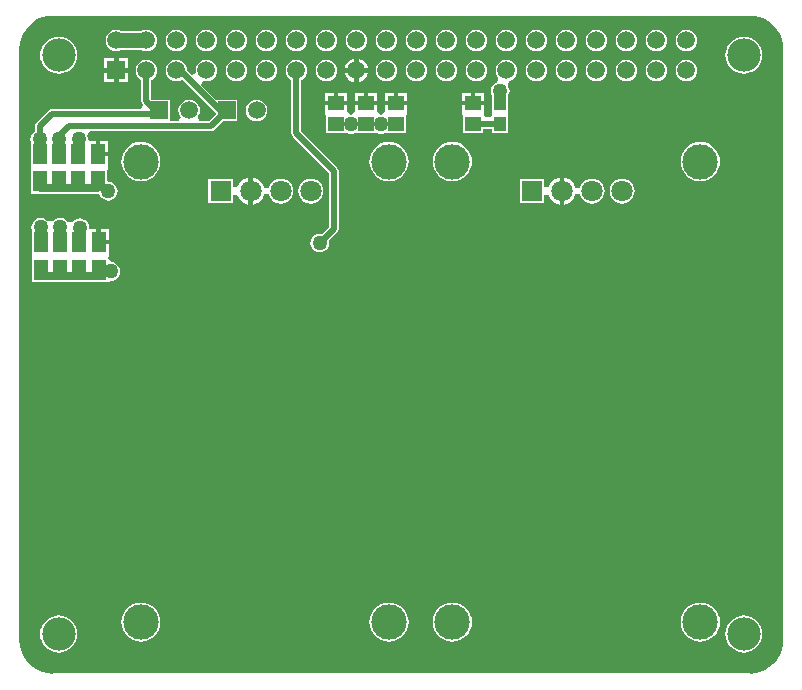
<source format=gtl>
G04 Layer_Physical_Order=1*
G04 Layer_Color=255*
%FSLAX25Y25*%
%MOIN*%
G70*
G01*
G75*
%ADD10R,0.05512X0.04724*%
%ADD11R,0.03937X0.04724*%
%ADD12R,0.20000X0.02500*%
%ADD13R,0.04724X0.07087*%
%ADD14C,0.05000*%
%ADD15C,0.02000*%
%ADD16C,0.05906*%
%ADD17R,0.05906X0.05906*%
%ADD18C,0.07087*%
%ADD19R,0.07087X0.07087*%
%ADD20C,0.11811*%
%ADD21C,0.11100*%
%ADD22C,0.05000*%
G36*
X232107Y13046D02*
X233822Y12635D01*
X235451Y11960D01*
X236954Y11039D01*
X238294Y9894D01*
X239439Y8554D01*
X240360Y7051D01*
X241035Y5422D01*
X241446Y3708D01*
X241576Y2061D01*
X241551Y2000D01*
Y-194800D01*
X241579Y-194869D01*
X241446Y-196565D01*
X241033Y-198287D01*
X240355Y-199923D01*
X239430Y-201433D01*
X238280Y-202780D01*
X236933Y-203930D01*
X235423Y-204855D01*
X233787Y-205533D01*
X232065Y-205946D01*
X230369Y-206079D01*
X230300Y-206051D01*
X-1900D01*
X-1969Y-206079D01*
X-3665Y-205946D01*
X-5387Y-205533D01*
X-7023Y-204855D01*
X-8533Y-203930D01*
X-9880Y-202780D01*
X-11030Y-201433D01*
X-11955Y-199923D01*
X-12632Y-198287D01*
X-13046Y-196565D01*
X-13179Y-194869D01*
X-13151Y-194800D01*
Y2000D01*
X-13176Y2061D01*
X-13046Y3708D01*
X-12635Y5422D01*
X-11960Y7051D01*
X-11039Y8554D01*
X-9894Y9894D01*
X-8554Y11039D01*
X-7051Y11960D01*
X-5422Y12635D01*
X-3708Y13046D01*
X-1977Y13183D01*
X-1900Y13151D01*
X230300D01*
X230377Y13183D01*
X232107Y13046D01*
D02*
G37*
%LPC*%
G36*
X101750Y-12595D02*
X98744D01*
Y-15207D01*
X101750D01*
Y-12595D01*
D02*
G37*
G36*
X96256D02*
X93250D01*
Y-15207D01*
X96256D01*
Y-12595D01*
D02*
G37*
G36*
X111750D02*
X108744D01*
Y-15207D01*
X111750D01*
Y-12595D01*
D02*
G37*
G36*
X106256D02*
X103250D01*
Y-15207D01*
X106256D01*
Y-12595D01*
D02*
G37*
G36*
X91750D02*
X88744D01*
Y-15207D01*
X91750D01*
Y-12595D01*
D02*
G37*
G36*
X66000Y-14736D02*
X65073Y-14858D01*
X64208Y-15216D01*
X63466Y-15785D01*
X62897Y-16527D01*
X62539Y-17391D01*
X62417Y-18319D01*
X62539Y-19246D01*
X62897Y-20111D01*
X63466Y-20853D01*
X64208Y-21422D01*
X65073Y-21780D01*
X66000Y-21902D01*
X66927Y-21780D01*
X67792Y-21422D01*
X68534Y-20853D01*
X69103Y-20111D01*
X69461Y-19246D01*
X69583Y-18319D01*
X69461Y-17391D01*
X69103Y-16527D01*
X68534Y-15785D01*
X67792Y-15216D01*
X66927Y-14858D01*
X66000Y-14736D01*
D02*
G37*
G36*
X13785Y-28398D02*
Y-32192D01*
X16398D01*
Y-28398D01*
X13785D01*
D02*
G37*
G36*
X116256Y-16707D02*
X108744D01*
Y-18594D01*
X108727Y-18647D01*
X107514Y-19860D01*
X107500Y-19866D01*
X107486Y-19860D01*
X106273Y-18647D01*
X106256Y-18594D01*
Y-16707D01*
X98744D01*
Y-18594D01*
X98727Y-18647D01*
X97514Y-19860D01*
X97500Y-19866D01*
X97486Y-19860D01*
X96273Y-18647D01*
X96256Y-18594D01*
Y-16707D01*
X88744D01*
Y-18747D01*
X88744Y-19319D01*
X89144Y-20653D01*
Y-26006D01*
X95856D01*
X95856Y-26006D01*
X97316Y-26103D01*
X97500Y-26127D01*
X97684Y-26103D01*
X99144Y-26006D01*
X99144Y-26006D01*
X99144Y-26006D01*
X105856D01*
X105856Y-26006D01*
X107316Y-26103D01*
X107500Y-26127D01*
X107684Y-26103D01*
X109144Y-26006D01*
X109144Y-26006D01*
X109144Y-26006D01*
X115856D01*
Y-20653D01*
X116256Y-19319D01*
X116256Y-18747D01*
Y-16707D01*
D02*
G37*
G36*
X149200Y-1417D02*
X148273Y-1539D01*
X147408Y-1897D01*
X146666Y-2466D01*
X146097Y-3208D01*
X145739Y-4073D01*
X145617Y-5000D01*
X145739Y-5928D01*
X146097Y-6792D01*
X146525Y-7349D01*
X146461Y-8071D01*
X146108Y-8997D01*
X145637Y-9192D01*
X144989Y-9689D01*
X144492Y-10337D01*
X144180Y-11091D01*
X144073Y-11900D01*
X144180Y-12709D01*
X144492Y-13463D01*
X144514Y-13492D01*
Y-18447D01*
X144514Y-18785D01*
Y-19947D01*
X143912Y-20684D01*
X142182Y-20603D01*
X141661Y-19778D01*
X141839Y-19185D01*
X141839Y-18613D01*
Y-16573D01*
X134327D01*
Y-18613D01*
X134327Y-19185D01*
X134727Y-20519D01*
Y-25872D01*
X141439D01*
Y-24541D01*
X144514D01*
Y-25872D01*
X149651D01*
Y-20285D01*
X149651Y-19947D01*
Y-18785D01*
X149651Y-18447D01*
Y-13798D01*
X149908Y-13463D01*
X150220Y-12709D01*
X150327Y-11900D01*
X150220Y-11091D01*
X149908Y-10337D01*
X149676Y-10034D01*
X149989Y-8787D01*
X150223Y-8422D01*
X150992Y-8103D01*
X151734Y-7534D01*
X152303Y-6792D01*
X152661Y-5928D01*
X152783Y-5000D01*
X152661Y-4073D01*
X152303Y-3208D01*
X151734Y-2466D01*
X150992Y-1897D01*
X150127Y-1539D01*
X149200Y-1417D01*
D02*
G37*
G36*
X103088Y-5750D02*
X99950D01*
Y-8888D01*
X100232Y-8851D01*
X101193Y-8453D01*
X102019Y-7819D01*
X102653Y-6993D01*
X103051Y-6032D01*
X103088Y-5750D01*
D02*
G37*
G36*
X98450D02*
X95312D01*
X95349Y-6032D01*
X95747Y-6993D01*
X96381Y-7819D01*
X97207Y-8453D01*
X98168Y-8851D01*
X98450Y-8888D01*
Y-5750D01*
D02*
G37*
G36*
X69200Y-1417D02*
X68273Y-1539D01*
X67408Y-1897D01*
X66666Y-2466D01*
X66097Y-3208D01*
X65739Y-4073D01*
X65617Y-5000D01*
X65739Y-5928D01*
X66097Y-6792D01*
X66666Y-7534D01*
X67408Y-8103D01*
X68273Y-8461D01*
X69200Y-8583D01*
X70127Y-8461D01*
X70992Y-8103D01*
X71734Y-7534D01*
X72303Y-6792D01*
X72661Y-5928D01*
X72783Y-5000D01*
X72661Y-4073D01*
X72303Y-3208D01*
X71734Y-2466D01*
X70992Y-1897D01*
X70127Y-1539D01*
X69200Y-1417D01*
D02*
G37*
G36*
X59200D02*
X58273Y-1539D01*
X57408Y-1897D01*
X56666Y-2466D01*
X56097Y-3208D01*
X55739Y-4073D01*
X55617Y-5000D01*
X55739Y-5928D01*
X56097Y-6792D01*
X56666Y-7534D01*
X57408Y-8103D01*
X58273Y-8461D01*
X59200Y-8583D01*
X60127Y-8461D01*
X60992Y-8103D01*
X61734Y-7534D01*
X62303Y-6792D01*
X62661Y-5928D01*
X62783Y-5000D01*
X62661Y-4073D01*
X62303Y-3208D01*
X61734Y-2466D01*
X60992Y-1897D01*
X60127Y-1539D01*
X59200Y-1417D01*
D02*
G37*
G36*
X23153Y-5750D02*
X19950D01*
Y-8953D01*
X23153D01*
Y-5750D01*
D02*
G37*
G36*
X137333Y-12461D02*
X134327D01*
Y-15073D01*
X137333D01*
Y-12461D01*
D02*
G37*
G36*
X116256Y-12595D02*
X113250D01*
Y-15207D01*
X116256D01*
Y-12595D01*
D02*
G37*
G36*
X18450Y-5750D02*
X15247D01*
Y-8953D01*
X18450D01*
Y-5750D01*
D02*
G37*
G36*
X141839Y-12461D02*
X138833D01*
Y-15073D01*
X141839D01*
Y-12461D01*
D02*
G37*
G36*
X213883Y-28868D02*
X212607Y-28994D01*
X211381Y-29366D01*
X210251Y-29970D01*
X209260Y-30783D01*
X208447Y-31774D01*
X207843Y-32904D01*
X207471Y-34130D01*
X207346Y-35405D01*
X207471Y-36681D01*
X207843Y-37907D01*
X208447Y-39037D01*
X209260Y-40028D01*
X210251Y-40841D01*
X211381Y-41445D01*
X212607Y-41817D01*
X213883Y-41943D01*
X215158Y-41817D01*
X216384Y-41445D01*
X217514Y-40841D01*
X218505Y-40028D01*
X219318Y-39037D01*
X219922Y-37907D01*
X220294Y-36681D01*
X220420Y-35405D01*
X220294Y-34130D01*
X219922Y-32904D01*
X219318Y-31774D01*
X218505Y-30783D01*
X217514Y-29970D01*
X216384Y-29366D01*
X215158Y-28994D01*
X213883Y-28868D01*
D02*
G37*
G36*
X14093Y-57757D02*
Y-61550D01*
X16705D01*
Y-57757D01*
X14093D01*
D02*
G37*
G36*
X213883Y-182412D02*
X212607Y-182537D01*
X211381Y-182909D01*
X210251Y-183513D01*
X209260Y-184327D01*
X208447Y-185317D01*
X207843Y-186447D01*
X207471Y-187673D01*
X207346Y-188949D01*
X207471Y-190224D01*
X207843Y-191450D01*
X208447Y-192581D01*
X209260Y-193571D01*
X210251Y-194384D01*
X211381Y-194988D01*
X212607Y-195360D01*
X213883Y-195486D01*
X215158Y-195360D01*
X216384Y-194988D01*
X217514Y-194384D01*
X218505Y-193571D01*
X219318Y-192581D01*
X219922Y-191450D01*
X220294Y-190224D01*
X220420Y-188949D01*
X220294Y-187673D01*
X219922Y-186447D01*
X219318Y-185317D01*
X218505Y-184327D01*
X217514Y-183513D01*
X216384Y-182909D01*
X215158Y-182537D01*
X213883Y-182412D01*
D02*
G37*
G36*
X482Y-54184D02*
X-328Y-54291D01*
X-1082Y-54603D01*
X-1729Y-55100D01*
X-1859Y-55269D01*
X-2201Y-55384D01*
X-3310D01*
X-3652Y-55269D01*
X-3781Y-55100D01*
X-4429Y-54603D01*
X-5183Y-54291D01*
X-5992Y-54184D01*
X-6801Y-54291D01*
X-7555Y-54603D01*
X-8203Y-55100D01*
X-8700Y-55748D01*
X-9012Y-56502D01*
X-9119Y-57311D01*
X-9012Y-58120D01*
X-8911Y-58365D01*
Y-65757D01*
X-8911Y-66443D01*
X-8910Y-67938D01*
Y-75543D01*
X-6900D01*
Y-75550D01*
X14300D01*
Y-75543D01*
X16306D01*
X16306Y-75543D01*
Y-75543D01*
X17636Y-75133D01*
X18132Y-75067D01*
X18886Y-74755D01*
X19534Y-74258D01*
X20031Y-73611D01*
X20343Y-72856D01*
X20450Y-72047D01*
X20343Y-71238D01*
X20031Y-70484D01*
X19534Y-69836D01*
X18886Y-69339D01*
X18132Y-69027D01*
X17323Y-68920D01*
X16440Y-67728D01*
X16705Y-66843D01*
X16705Y-65922D01*
Y-63050D01*
X13342D01*
Y-62300D01*
X12593D01*
Y-57757D01*
X10456Y-57757D01*
X10213Y-57480D01*
X10173Y-57175D01*
X10107Y-56671D01*
X9794Y-55917D01*
X9298Y-55269D01*
X8650Y-54773D01*
X7896Y-54460D01*
X7087Y-54354D01*
X6277Y-54460D01*
X5523Y-54773D01*
X4876Y-55269D01*
X4706Y-55490D01*
X4023Y-55606D01*
X3344Y-55570D01*
X2953Y-55439D01*
X2693Y-55100D01*
X2045Y-54603D01*
X1291Y-54291D01*
X482Y-54184D01*
D02*
G37*
G36*
X79200Y-1417D02*
X78273Y-1539D01*
X77408Y-1897D01*
X76666Y-2466D01*
X76097Y-3208D01*
X75739Y-4073D01*
X75617Y-5000D01*
X75739Y-5928D01*
X76097Y-6792D01*
X76666Y-7534D01*
X77408Y-8103D01*
X77569Y-8170D01*
Y-26050D01*
X77693Y-26675D01*
X78047Y-27204D01*
X90101Y-39258D01*
Y-57198D01*
X87732Y-59567D01*
X87008Y-59472D01*
X86199Y-59578D01*
X85444Y-59891D01*
X84797Y-60387D01*
X84300Y-61035D01*
X83988Y-61789D01*
X83881Y-62598D01*
X83988Y-63408D01*
X84300Y-64162D01*
X84797Y-64809D01*
X85444Y-65306D01*
X86199Y-65619D01*
X87008Y-65725D01*
X87817Y-65619D01*
X88571Y-65306D01*
X89219Y-64809D01*
X89716Y-64162D01*
X90028Y-63408D01*
X90135Y-62598D01*
X90039Y-61874D01*
X92886Y-59028D01*
X93239Y-58498D01*
X93364Y-57874D01*
Y-38583D01*
X93239Y-37958D01*
X92886Y-37429D01*
X80831Y-25375D01*
Y-8170D01*
X80992Y-8103D01*
X81734Y-7534D01*
X82303Y-6792D01*
X82661Y-5928D01*
X82783Y-5000D01*
X82661Y-4073D01*
X82303Y-3208D01*
X81734Y-2466D01*
X80992Y-1897D01*
X80127Y-1539D01*
X79200Y-1417D01*
D02*
G37*
G36*
X131205Y-182412D02*
X129930Y-182537D01*
X128704Y-182909D01*
X127574Y-183513D01*
X126583Y-184327D01*
X125770Y-185317D01*
X125166Y-186447D01*
X124794Y-187673D01*
X124669Y-188949D01*
X124794Y-190224D01*
X125166Y-191450D01*
X125770Y-192581D01*
X126583Y-193571D01*
X127574Y-194384D01*
X128704Y-194988D01*
X129930Y-195360D01*
X131205Y-195486D01*
X132481Y-195360D01*
X133707Y-194988D01*
X134837Y-194384D01*
X135828Y-193571D01*
X136641Y-192581D01*
X137245Y-191450D01*
X137617Y-190224D01*
X137742Y-188949D01*
X137617Y-187673D01*
X137245Y-186447D01*
X136641Y-185317D01*
X135828Y-184327D01*
X134837Y-183513D01*
X133707Y-182909D01*
X132481Y-182537D01*
X131205Y-182412D01*
D02*
G37*
G36*
X228400Y-186720D02*
X227194Y-186839D01*
X226035Y-187191D01*
X224967Y-187762D01*
X224030Y-188530D01*
X223262Y-189467D01*
X222691Y-190535D01*
X222339Y-191694D01*
X222220Y-192900D01*
X222339Y-194106D01*
X222691Y-195265D01*
X223262Y-196333D01*
X224030Y-197270D01*
X224967Y-198038D01*
X226035Y-198609D01*
X227194Y-198961D01*
X228400Y-199080D01*
X229606Y-198961D01*
X230765Y-198609D01*
X231833Y-198038D01*
X232770Y-197270D01*
X233538Y-196333D01*
X234109Y-195265D01*
X234461Y-194106D01*
X234580Y-192900D01*
X234461Y-191694D01*
X234109Y-190535D01*
X233538Y-189467D01*
X232770Y-188530D01*
X231833Y-187762D01*
X230765Y-187191D01*
X229606Y-186839D01*
X228400Y-186720D01*
D02*
G37*
G36*
X0D02*
X-1206Y-186839D01*
X-2365Y-187191D01*
X-3433Y-187762D01*
X-4370Y-188530D01*
X-5138Y-189467D01*
X-5709Y-190535D01*
X-6061Y-191694D01*
X-6180Y-192900D01*
X-6061Y-194106D01*
X-5709Y-195265D01*
X-5138Y-196333D01*
X-4370Y-197270D01*
X-3433Y-198038D01*
X-2365Y-198609D01*
X-1206Y-198961D01*
X0Y-199080D01*
X1206Y-198961D01*
X2365Y-198609D01*
X3433Y-198038D01*
X4370Y-197270D01*
X5138Y-196333D01*
X5709Y-195265D01*
X6061Y-194106D01*
X6180Y-192900D01*
X6061Y-191694D01*
X5709Y-190535D01*
X5138Y-189467D01*
X4370Y-188530D01*
X3433Y-187762D01*
X2365Y-187191D01*
X1206Y-186839D01*
X0Y-186720D01*
D02*
G37*
G36*
X110083Y-182412D02*
X108807Y-182537D01*
X107581Y-182909D01*
X106451Y-183513D01*
X105460Y-184327D01*
X104647Y-185317D01*
X104043Y-186447D01*
X103671Y-187673D01*
X103546Y-188949D01*
X103671Y-190224D01*
X104043Y-191450D01*
X104647Y-192581D01*
X105460Y-193571D01*
X106451Y-194384D01*
X107581Y-194988D01*
X108807Y-195360D01*
X110083Y-195486D01*
X111358Y-195360D01*
X112584Y-194988D01*
X113714Y-194384D01*
X114705Y-193571D01*
X115518Y-192581D01*
X116122Y-191450D01*
X116494Y-190224D01*
X116620Y-188949D01*
X116494Y-187673D01*
X116122Y-186447D01*
X115518Y-185317D01*
X114705Y-184327D01*
X113714Y-183513D01*
X112584Y-182909D01*
X111358Y-182537D01*
X110083Y-182412D01*
D02*
G37*
G36*
X27406D02*
X26130Y-182537D01*
X24904Y-182909D01*
X23774Y-183513D01*
X22783Y-184327D01*
X21970Y-185317D01*
X21366Y-186447D01*
X20994Y-187673D01*
X20868Y-188949D01*
X20994Y-190224D01*
X21366Y-191450D01*
X21970Y-192581D01*
X22783Y-193571D01*
X23774Y-194384D01*
X24904Y-194988D01*
X26130Y-195360D01*
X27406Y-195486D01*
X28681Y-195360D01*
X29907Y-194988D01*
X31037Y-194384D01*
X32028Y-193571D01*
X32841Y-192581D01*
X33445Y-191450D01*
X33817Y-190224D01*
X33942Y-188949D01*
X33817Y-187673D01*
X33445Y-186447D01*
X32841Y-185317D01*
X32028Y-184327D01*
X31037Y-183513D01*
X29907Y-182909D01*
X28681Y-182537D01*
X27406Y-182412D01*
D02*
G37*
G36*
Y-28868D02*
X26130Y-28994D01*
X24904Y-29366D01*
X23774Y-29970D01*
X22783Y-30783D01*
X21970Y-31774D01*
X21366Y-32904D01*
X20994Y-34130D01*
X20868Y-35405D01*
X20994Y-36681D01*
X21366Y-37907D01*
X21970Y-39037D01*
X22783Y-40028D01*
X23774Y-40841D01*
X24904Y-41445D01*
X26130Y-41817D01*
X27406Y-41943D01*
X28681Y-41817D01*
X29907Y-41445D01*
X31037Y-40841D01*
X32028Y-40028D01*
X32841Y-39037D01*
X33445Y-37907D01*
X33817Y-36681D01*
X33942Y-35405D01*
X33817Y-34130D01*
X33445Y-32904D01*
X32841Y-31774D01*
X32028Y-30783D01*
X31037Y-29970D01*
X29907Y-29366D01*
X28681Y-28994D01*
X27406Y-28868D01*
D02*
G37*
G36*
X167050Y-40764D02*
X166614Y-40822D01*
X165509Y-41280D01*
X164560Y-42008D01*
X163831Y-42957D01*
X163374Y-44062D01*
X161943Y-43768D01*
Y-41105D01*
X153657D01*
Y-49391D01*
X161943D01*
Y-46728D01*
X163374Y-46434D01*
X163831Y-47539D01*
X164560Y-48488D01*
X165509Y-49217D01*
X166614Y-49674D01*
X167050Y-49732D01*
Y-45248D01*
Y-40764D01*
D02*
G37*
G36*
X131205Y-28868D02*
X129930Y-28994D01*
X128704Y-29366D01*
X127574Y-29970D01*
X126583Y-30783D01*
X125770Y-31774D01*
X125166Y-32904D01*
X124794Y-34130D01*
X124669Y-35405D01*
X124794Y-36681D01*
X125166Y-37907D01*
X125770Y-39037D01*
X126583Y-40028D01*
X127574Y-40841D01*
X128704Y-41445D01*
X129930Y-41817D01*
X131205Y-41943D01*
X132481Y-41817D01*
X133707Y-41445D01*
X134837Y-40841D01*
X135828Y-40028D01*
X136641Y-39037D01*
X137245Y-37907D01*
X137617Y-36681D01*
X137742Y-35405D01*
X137617Y-34130D01*
X137245Y-32904D01*
X136641Y-31774D01*
X135828Y-30783D01*
X134837Y-29970D01*
X133707Y-29366D01*
X132481Y-28994D01*
X131205Y-28868D01*
D02*
G37*
G36*
X110083D02*
X108807Y-28994D01*
X107581Y-29366D01*
X106451Y-29970D01*
X105460Y-30783D01*
X104647Y-31774D01*
X104043Y-32904D01*
X103671Y-34130D01*
X103546Y-35405D01*
X103671Y-36681D01*
X104043Y-37907D01*
X104647Y-39037D01*
X105460Y-40028D01*
X106451Y-40841D01*
X107581Y-41445D01*
X108807Y-41817D01*
X110083Y-41943D01*
X111358Y-41817D01*
X112584Y-41445D01*
X113714Y-40841D01*
X114705Y-40028D01*
X115518Y-39037D01*
X116122Y-37907D01*
X116494Y-36681D01*
X116620Y-35405D01*
X116494Y-34130D01*
X116122Y-32904D01*
X115518Y-31774D01*
X114705Y-30783D01*
X113714Y-29970D01*
X112584Y-29366D01*
X111358Y-28994D01*
X110083Y-28868D01*
D02*
G37*
G36*
X63250Y-40764D02*
X62814Y-40822D01*
X61709Y-41280D01*
X60760Y-42008D01*
X60031Y-42957D01*
X59574Y-44062D01*
X58143Y-43768D01*
Y-41105D01*
X49857D01*
Y-49391D01*
X58143D01*
Y-46728D01*
X59574Y-46434D01*
X60031Y-47539D01*
X60760Y-48488D01*
X61709Y-49217D01*
X62814Y-49674D01*
X63250Y-49732D01*
Y-45248D01*
Y-40764D01*
D02*
G37*
G36*
X84000Y-41069D02*
X82918Y-41211D01*
X81911Y-41629D01*
X81045Y-42293D01*
X80381Y-43159D01*
X79963Y-44166D01*
X79821Y-45248D01*
X79963Y-46330D01*
X80381Y-47337D01*
X81045Y-48203D01*
X81911Y-48867D01*
X82918Y-49285D01*
X84000Y-49427D01*
X85082Y-49285D01*
X86089Y-48867D01*
X86955Y-48203D01*
X87619Y-47337D01*
X88037Y-46330D01*
X88179Y-45248D01*
X88037Y-44166D01*
X87619Y-43159D01*
X86955Y-42293D01*
X86089Y-41629D01*
X85082Y-41211D01*
X84000Y-41069D01*
D02*
G37*
G36*
X64750Y-40764D02*
Y-45248D01*
Y-49732D01*
X65186Y-49674D01*
X66291Y-49217D01*
X67240Y-48488D01*
X67969Y-47539D01*
X68426Y-46434D01*
X68445Y-46290D01*
X69958D01*
X69963Y-46330D01*
X70381Y-47337D01*
X71045Y-48203D01*
X71911Y-48867D01*
X72918Y-49285D01*
X74000Y-49427D01*
X75082Y-49285D01*
X76090Y-48867D01*
X76955Y-48203D01*
X77619Y-47337D01*
X78037Y-46330D01*
X78179Y-45248D01*
X78037Y-44166D01*
X77619Y-43159D01*
X76955Y-42293D01*
X76090Y-41629D01*
X75082Y-41211D01*
X74000Y-41069D01*
X72918Y-41211D01*
X71911Y-41629D01*
X71045Y-42293D01*
X70381Y-43159D01*
X69963Y-44166D01*
X69958Y-44205D01*
X68445D01*
X68426Y-44062D01*
X67969Y-42957D01*
X67240Y-42008D01*
X66291Y-41280D01*
X65186Y-40822D01*
X64750Y-40764D01*
D02*
G37*
G36*
X187800Y-41069D02*
X186718Y-41211D01*
X185711Y-41629D01*
X184845Y-42293D01*
X184181Y-43159D01*
X183763Y-44166D01*
X183621Y-45248D01*
X183763Y-46330D01*
X184181Y-47337D01*
X184845Y-48203D01*
X185711Y-48867D01*
X186718Y-49285D01*
X187800Y-49427D01*
X188882Y-49285D01*
X189890Y-48867D01*
X190755Y-48203D01*
X191419Y-47337D01*
X191837Y-46330D01*
X191979Y-45248D01*
X191837Y-44166D01*
X191419Y-43159D01*
X190755Y-42293D01*
X189890Y-41629D01*
X188882Y-41211D01*
X187800Y-41069D01*
D02*
G37*
G36*
X168550Y-40764D02*
Y-45248D01*
Y-49732D01*
X168986Y-49674D01*
X170091Y-49217D01*
X171040Y-48488D01*
X171769Y-47539D01*
X172226Y-46434D01*
X172245Y-46290D01*
X173758D01*
X173763Y-46330D01*
X174181Y-47337D01*
X174845Y-48203D01*
X175710Y-48867D01*
X176718Y-49285D01*
X177800Y-49427D01*
X178882Y-49285D01*
X179890Y-48867D01*
X180755Y-48203D01*
X181419Y-47337D01*
X181837Y-46330D01*
X181979Y-45248D01*
X181837Y-44166D01*
X181419Y-43159D01*
X180755Y-42293D01*
X179890Y-41629D01*
X178882Y-41211D01*
X177800Y-41069D01*
X176718Y-41211D01*
X175710Y-41629D01*
X174845Y-42293D01*
X174181Y-43159D01*
X173763Y-44166D01*
X173758Y-44205D01*
X172245D01*
X172226Y-44062D01*
X171769Y-42957D01*
X171040Y-42008D01*
X170091Y-41280D01*
X168986Y-40822D01*
X168550Y-40764D01*
D02*
G37*
G36*
X109200Y8583D02*
X108273Y8461D01*
X107408Y8103D01*
X106666Y7534D01*
X106097Y6792D01*
X105739Y5928D01*
X105617Y5000D01*
X105739Y4073D01*
X106097Y3208D01*
X106666Y2466D01*
X107408Y1897D01*
X108273Y1539D01*
X109200Y1417D01*
X110127Y1539D01*
X110992Y1897D01*
X111734Y2466D01*
X112303Y3208D01*
X112661Y4073D01*
X112783Y5000D01*
X112661Y5928D01*
X112303Y6792D01*
X111734Y7534D01*
X110992Y8103D01*
X110127Y8461D01*
X109200Y8583D01*
D02*
G37*
G36*
X99200D02*
X98273Y8461D01*
X97408Y8103D01*
X96666Y7534D01*
X96097Y6792D01*
X95739Y5928D01*
X95617Y5000D01*
X95739Y4073D01*
X96097Y3208D01*
X96666Y2466D01*
X97408Y1897D01*
X98273Y1539D01*
X99200Y1417D01*
X100127Y1539D01*
X100992Y1897D01*
X101734Y2466D01*
X102303Y3208D01*
X102661Y4073D01*
X102783Y5000D01*
X102661Y5928D01*
X102303Y6792D01*
X101734Y7534D01*
X100992Y8103D01*
X100127Y8461D01*
X99200Y8583D01*
D02*
G37*
G36*
X129200D02*
X128273Y8461D01*
X127408Y8103D01*
X126666Y7534D01*
X126097Y6792D01*
X125739Y5928D01*
X125617Y5000D01*
X125739Y4073D01*
X126097Y3208D01*
X126666Y2466D01*
X127408Y1897D01*
X128273Y1539D01*
X129200Y1417D01*
X130127Y1539D01*
X130992Y1897D01*
X131734Y2466D01*
X132303Y3208D01*
X132661Y4073D01*
X132783Y5000D01*
X132661Y5928D01*
X132303Y6792D01*
X131734Y7534D01*
X130992Y8103D01*
X130127Y8461D01*
X129200Y8583D01*
D02*
G37*
G36*
X119200D02*
X118273Y8461D01*
X117408Y8103D01*
X116666Y7534D01*
X116097Y6792D01*
X115739Y5928D01*
X115617Y5000D01*
X115739Y4073D01*
X116097Y3208D01*
X116666Y2466D01*
X117408Y1897D01*
X118273Y1539D01*
X119200Y1417D01*
X120127Y1539D01*
X120992Y1897D01*
X121734Y2466D01*
X122303Y3208D01*
X122661Y4073D01*
X122783Y5000D01*
X122661Y5928D01*
X122303Y6792D01*
X121734Y7534D01*
X120992Y8103D01*
X120127Y8461D01*
X119200Y8583D01*
D02*
G37*
G36*
X89200D02*
X88273Y8461D01*
X87408Y8103D01*
X86666Y7534D01*
X86097Y6792D01*
X85739Y5928D01*
X85617Y5000D01*
X85739Y4073D01*
X86097Y3208D01*
X86666Y2466D01*
X87408Y1897D01*
X88273Y1539D01*
X89200Y1417D01*
X90127Y1539D01*
X90992Y1897D01*
X91734Y2466D01*
X92303Y3208D01*
X92661Y4073D01*
X92783Y5000D01*
X92661Y5928D01*
X92303Y6792D01*
X91734Y7534D01*
X90992Y8103D01*
X90127Y8461D01*
X89200Y8583D01*
D02*
G37*
G36*
X59200D02*
X58273Y8461D01*
X57408Y8103D01*
X56666Y7534D01*
X56097Y6792D01*
X55739Y5928D01*
X55617Y5000D01*
X55739Y4073D01*
X56097Y3208D01*
X56666Y2466D01*
X57408Y1897D01*
X58273Y1539D01*
X59200Y1417D01*
X60127Y1539D01*
X60992Y1897D01*
X61734Y2466D01*
X62303Y3208D01*
X62661Y4073D01*
X62783Y5000D01*
X62661Y5928D01*
X62303Y6792D01*
X61734Y7534D01*
X60992Y8103D01*
X60127Y8461D01*
X59200Y8583D01*
D02*
G37*
G36*
X49200D02*
X48273Y8461D01*
X47408Y8103D01*
X46666Y7534D01*
X46097Y6792D01*
X45739Y5928D01*
X45617Y5000D01*
X45739Y4073D01*
X46097Y3208D01*
X46666Y2466D01*
X47408Y1897D01*
X48273Y1539D01*
X49200Y1417D01*
X50127Y1539D01*
X50992Y1897D01*
X51734Y2466D01*
X52303Y3208D01*
X52661Y4073D01*
X52783Y5000D01*
X52661Y5928D01*
X52303Y6792D01*
X51734Y7534D01*
X50992Y8103D01*
X50127Y8461D01*
X49200Y8583D01*
D02*
G37*
G36*
X79200D02*
X78273Y8461D01*
X77408Y8103D01*
X76666Y7534D01*
X76097Y6792D01*
X75739Y5928D01*
X75617Y5000D01*
X75739Y4073D01*
X76097Y3208D01*
X76666Y2466D01*
X77408Y1897D01*
X78273Y1539D01*
X79200Y1417D01*
X80127Y1539D01*
X80992Y1897D01*
X81734Y2466D01*
X82303Y3208D01*
X82661Y4073D01*
X82783Y5000D01*
X82661Y5928D01*
X82303Y6792D01*
X81734Y7534D01*
X80992Y8103D01*
X80127Y8461D01*
X79200Y8583D01*
D02*
G37*
G36*
X69200D02*
X68273Y8461D01*
X67408Y8103D01*
X66666Y7534D01*
X66097Y6792D01*
X65739Y5928D01*
X65617Y5000D01*
X65739Y4073D01*
X66097Y3208D01*
X66666Y2466D01*
X67408Y1897D01*
X68273Y1539D01*
X69200Y1417D01*
X70127Y1539D01*
X70992Y1897D01*
X71734Y2466D01*
X72303Y3208D01*
X72661Y4073D01*
X72783Y5000D01*
X72661Y5928D01*
X72303Y6792D01*
X71734Y7534D01*
X70992Y8103D01*
X70127Y8461D01*
X69200Y8583D01*
D02*
G37*
G36*
X199200D02*
X198273Y8461D01*
X197408Y8103D01*
X196666Y7534D01*
X196097Y6792D01*
X195739Y5928D01*
X195617Y5000D01*
X195739Y4073D01*
X196097Y3208D01*
X196666Y2466D01*
X197408Y1897D01*
X198273Y1539D01*
X199200Y1417D01*
X200127Y1539D01*
X200992Y1897D01*
X201734Y2466D01*
X202303Y3208D01*
X202661Y4073D01*
X202783Y5000D01*
X202661Y5928D01*
X202303Y6792D01*
X201734Y7534D01*
X200992Y8103D01*
X200127Y8461D01*
X199200Y8583D01*
D02*
G37*
G36*
X189200D02*
X188273Y8461D01*
X187408Y8103D01*
X186666Y7534D01*
X186097Y6792D01*
X185739Y5928D01*
X185617Y5000D01*
X185739Y4073D01*
X186097Y3208D01*
X186666Y2466D01*
X187408Y1897D01*
X188273Y1539D01*
X189200Y1417D01*
X190127Y1539D01*
X190992Y1897D01*
X191734Y2466D01*
X192303Y3208D01*
X192661Y4073D01*
X192783Y5000D01*
X192661Y5928D01*
X192303Y6792D01*
X191734Y7534D01*
X190992Y8103D01*
X190127Y8461D01*
X189200Y8583D01*
D02*
G37*
G36*
X29200D02*
X28273Y8461D01*
X27465Y8127D01*
X20935D01*
X20127Y8461D01*
X19200Y8583D01*
X18273Y8461D01*
X17408Y8103D01*
X16666Y7534D01*
X16097Y6792D01*
X15739Y5928D01*
X15617Y5000D01*
X15739Y4073D01*
X16097Y3208D01*
X16666Y2466D01*
X17408Y1897D01*
X18273Y1539D01*
X19200Y1417D01*
X20127Y1539D01*
X20935Y1873D01*
X27465D01*
X28273Y1539D01*
X29200Y1417D01*
X30127Y1539D01*
X30992Y1897D01*
X31734Y2466D01*
X32303Y3208D01*
X32661Y4073D01*
X32783Y5000D01*
X32661Y5928D01*
X32303Y6792D01*
X31734Y7534D01*
X30992Y8103D01*
X30127Y8461D01*
X29200Y8583D01*
D02*
G37*
G36*
X209200D02*
X208273Y8461D01*
X207408Y8103D01*
X206666Y7534D01*
X206097Y6792D01*
X205739Y5928D01*
X205617Y5000D01*
X205739Y4073D01*
X206097Y3208D01*
X206666Y2466D01*
X207408Y1897D01*
X208273Y1539D01*
X209200Y1417D01*
X210127Y1539D01*
X210992Y1897D01*
X211734Y2466D01*
X212303Y3208D01*
X212661Y4073D01*
X212783Y5000D01*
X212661Y5928D01*
X212303Y6792D01*
X211734Y7534D01*
X210992Y8103D01*
X210127Y8461D01*
X209200Y8583D01*
D02*
G37*
G36*
X179200D02*
X178273Y8461D01*
X177408Y8103D01*
X176666Y7534D01*
X176097Y6792D01*
X175739Y5928D01*
X175617Y5000D01*
X175739Y4073D01*
X176097Y3208D01*
X176666Y2466D01*
X177408Y1897D01*
X178273Y1539D01*
X179200Y1417D01*
X180127Y1539D01*
X180992Y1897D01*
X181734Y2466D01*
X182303Y3208D01*
X182661Y4073D01*
X182783Y5000D01*
X182661Y5928D01*
X182303Y6792D01*
X181734Y7534D01*
X180992Y8103D01*
X180127Y8461D01*
X179200Y8583D01*
D02*
G37*
G36*
X149200D02*
X148273Y8461D01*
X147408Y8103D01*
X146666Y7534D01*
X146097Y6792D01*
X145739Y5928D01*
X145617Y5000D01*
X145739Y4073D01*
X146097Y3208D01*
X146666Y2466D01*
X147408Y1897D01*
X148273Y1539D01*
X149200Y1417D01*
X150127Y1539D01*
X150992Y1897D01*
X151734Y2466D01*
X152303Y3208D01*
X152661Y4073D01*
X152783Y5000D01*
X152661Y5928D01*
X152303Y6792D01*
X151734Y7534D01*
X150992Y8103D01*
X150127Y8461D01*
X149200Y8583D01*
D02*
G37*
G36*
X139200D02*
X138273Y8461D01*
X137408Y8103D01*
X136666Y7534D01*
X136097Y6792D01*
X135739Y5928D01*
X135617Y5000D01*
X135739Y4073D01*
X136097Y3208D01*
X136666Y2466D01*
X137408Y1897D01*
X138273Y1539D01*
X139200Y1417D01*
X140127Y1539D01*
X140992Y1897D01*
X141734Y2466D01*
X142303Y3208D01*
X142661Y4073D01*
X142783Y5000D01*
X142661Y5928D01*
X142303Y6792D01*
X141734Y7534D01*
X140992Y8103D01*
X140127Y8461D01*
X139200Y8583D01*
D02*
G37*
G36*
X169200D02*
X168273Y8461D01*
X167408Y8103D01*
X166666Y7534D01*
X166097Y6792D01*
X165739Y5928D01*
X165617Y5000D01*
X165739Y4073D01*
X166097Y3208D01*
X166666Y2466D01*
X167408Y1897D01*
X168273Y1539D01*
X169200Y1417D01*
X170127Y1539D01*
X170992Y1897D01*
X171734Y2466D01*
X172303Y3208D01*
X172661Y4073D01*
X172783Y5000D01*
X172661Y5928D01*
X172303Y6792D01*
X171734Y7534D01*
X170992Y8103D01*
X170127Y8461D01*
X169200Y8583D01*
D02*
G37*
G36*
X159200D02*
X158273Y8461D01*
X157408Y8103D01*
X156666Y7534D01*
X156097Y6792D01*
X155739Y5928D01*
X155617Y5000D01*
X155739Y4073D01*
X156097Y3208D01*
X156666Y2466D01*
X157408Y1897D01*
X158273Y1539D01*
X159200Y1417D01*
X160127Y1539D01*
X160992Y1897D01*
X161734Y2466D01*
X162303Y3208D01*
X162661Y4073D01*
X162783Y5000D01*
X162661Y5928D01*
X162303Y6792D01*
X161734Y7534D01*
X160992Y8103D01*
X160127Y8461D01*
X159200Y8583D01*
D02*
G37*
G36*
X39200D02*
X38273Y8461D01*
X37408Y8103D01*
X36666Y7534D01*
X36097Y6792D01*
X35739Y5928D01*
X35617Y5000D01*
X35739Y4073D01*
X36097Y3208D01*
X36666Y2466D01*
X37408Y1897D01*
X38273Y1539D01*
X39200Y1417D01*
X40127Y1539D01*
X40992Y1897D01*
X41734Y2466D01*
X42303Y3208D01*
X42661Y4073D01*
X42783Y5000D01*
X42661Y5928D01*
X42303Y6792D01*
X41734Y7534D01*
X40992Y8103D01*
X40127Y8461D01*
X39200Y8583D01*
D02*
G37*
G36*
X169200Y-1417D02*
X168273Y-1539D01*
X167408Y-1897D01*
X166666Y-2466D01*
X166097Y-3208D01*
X165739Y-4073D01*
X165617Y-5000D01*
X165739Y-5928D01*
X166097Y-6792D01*
X166666Y-7534D01*
X167408Y-8103D01*
X168273Y-8461D01*
X169200Y-8583D01*
X170127Y-8461D01*
X170992Y-8103D01*
X171734Y-7534D01*
X172303Y-6792D01*
X172661Y-5928D01*
X172783Y-5000D01*
X172661Y-4073D01*
X172303Y-3208D01*
X171734Y-2466D01*
X170992Y-1897D01*
X170127Y-1539D01*
X169200Y-1417D01*
D02*
G37*
G36*
X159200D02*
X158273Y-1539D01*
X157408Y-1897D01*
X156666Y-2466D01*
X156097Y-3208D01*
X155739Y-4073D01*
X155617Y-5000D01*
X155739Y-5928D01*
X156097Y-6792D01*
X156666Y-7534D01*
X157408Y-8103D01*
X158273Y-8461D01*
X159200Y-8583D01*
X160127Y-8461D01*
X160992Y-8103D01*
X161734Y-7534D01*
X162303Y-6792D01*
X162661Y-5928D01*
X162783Y-5000D01*
X162661Y-4073D01*
X162303Y-3208D01*
X161734Y-2466D01*
X160992Y-1897D01*
X160127Y-1539D01*
X159200Y-1417D01*
D02*
G37*
G36*
X189200D02*
X188273Y-1539D01*
X187408Y-1897D01*
X186666Y-2466D01*
X186097Y-3208D01*
X185739Y-4073D01*
X185617Y-5000D01*
X185739Y-5928D01*
X186097Y-6792D01*
X186666Y-7534D01*
X187408Y-8103D01*
X188273Y-8461D01*
X189200Y-8583D01*
X190127Y-8461D01*
X190992Y-8103D01*
X191734Y-7534D01*
X192303Y-6792D01*
X192661Y-5928D01*
X192783Y-5000D01*
X192661Y-4073D01*
X192303Y-3208D01*
X191734Y-2466D01*
X190992Y-1897D01*
X190127Y-1539D01*
X189200Y-1417D01*
D02*
G37*
G36*
X179200D02*
X178273Y-1539D01*
X177408Y-1897D01*
X176666Y-2466D01*
X176097Y-3208D01*
X175739Y-4073D01*
X175617Y-5000D01*
X175739Y-5928D01*
X176097Y-6792D01*
X176666Y-7534D01*
X177408Y-8103D01*
X178273Y-8461D01*
X179200Y-8583D01*
X180127Y-8461D01*
X180992Y-8103D01*
X181734Y-7534D01*
X182303Y-6792D01*
X182661Y-5928D01*
X182783Y-5000D01*
X182661Y-4073D01*
X182303Y-3208D01*
X181734Y-2466D01*
X180992Y-1897D01*
X180127Y-1539D01*
X179200Y-1417D01*
D02*
G37*
G36*
X139200D02*
X138273Y-1539D01*
X137408Y-1897D01*
X136666Y-2466D01*
X136097Y-3208D01*
X135739Y-4073D01*
X135617Y-5000D01*
X135739Y-5928D01*
X136097Y-6792D01*
X136666Y-7534D01*
X137408Y-8103D01*
X138273Y-8461D01*
X139200Y-8583D01*
X140127Y-8461D01*
X140992Y-8103D01*
X141734Y-7534D01*
X142303Y-6792D01*
X142661Y-5928D01*
X142783Y-5000D01*
X142661Y-4073D01*
X142303Y-3208D01*
X141734Y-2466D01*
X140992Y-1897D01*
X140127Y-1539D01*
X139200Y-1417D01*
D02*
G37*
G36*
X109200D02*
X108273Y-1539D01*
X107408Y-1897D01*
X106666Y-2466D01*
X106097Y-3208D01*
X105739Y-4073D01*
X105617Y-5000D01*
X105739Y-5928D01*
X106097Y-6792D01*
X106666Y-7534D01*
X107408Y-8103D01*
X108273Y-8461D01*
X109200Y-8583D01*
X110127Y-8461D01*
X110992Y-8103D01*
X111734Y-7534D01*
X112303Y-6792D01*
X112661Y-5928D01*
X112783Y-5000D01*
X112661Y-4073D01*
X112303Y-3208D01*
X111734Y-2466D01*
X110992Y-1897D01*
X110127Y-1539D01*
X109200Y-1417D01*
D02*
G37*
G36*
X89200D02*
X88273Y-1539D01*
X87408Y-1897D01*
X86666Y-2466D01*
X86097Y-3208D01*
X85739Y-4073D01*
X85617Y-5000D01*
X85739Y-5928D01*
X86097Y-6792D01*
X86666Y-7534D01*
X87408Y-8103D01*
X88273Y-8461D01*
X89200Y-8583D01*
X90127Y-8461D01*
X90992Y-8103D01*
X91734Y-7534D01*
X92303Y-6792D01*
X92661Y-5928D01*
X92783Y-5000D01*
X92661Y-4073D01*
X92303Y-3208D01*
X91734Y-2466D01*
X90992Y-1897D01*
X90127Y-1539D01*
X89200Y-1417D01*
D02*
G37*
G36*
X129200D02*
X128273Y-1539D01*
X127408Y-1897D01*
X126666Y-2466D01*
X126097Y-3208D01*
X125739Y-4073D01*
X125617Y-5000D01*
X125739Y-5928D01*
X126097Y-6792D01*
X126666Y-7534D01*
X127408Y-8103D01*
X128273Y-8461D01*
X129200Y-8583D01*
X130127Y-8461D01*
X130992Y-8103D01*
X131734Y-7534D01*
X132303Y-6792D01*
X132661Y-5928D01*
X132783Y-5000D01*
X132661Y-4073D01*
X132303Y-3208D01*
X131734Y-2466D01*
X130992Y-1897D01*
X130127Y-1539D01*
X129200Y-1417D01*
D02*
G37*
G36*
X119200D02*
X118273Y-1539D01*
X117408Y-1897D01*
X116666Y-2466D01*
X116097Y-3208D01*
X115739Y-4073D01*
X115617Y-5000D01*
X115739Y-5928D01*
X116097Y-6792D01*
X116666Y-7534D01*
X117408Y-8103D01*
X118273Y-8461D01*
X119200Y-8583D01*
X120127Y-8461D01*
X120992Y-8103D01*
X121734Y-7534D01*
X122303Y-6792D01*
X122661Y-5928D01*
X122783Y-5000D01*
X122661Y-4073D01*
X122303Y-3208D01*
X121734Y-2466D01*
X120992Y-1897D01*
X120127Y-1539D01*
X119200Y-1417D01*
D02*
G37*
G36*
X23153Y-1047D02*
X19950D01*
Y-4250D01*
X23153D01*
Y-1047D01*
D02*
G37*
G36*
X18450D02*
X15247D01*
Y-4250D01*
X18450D01*
Y-1047D01*
D02*
G37*
G36*
X99950Y-1112D02*
Y-4250D01*
X103088D01*
X103051Y-3968D01*
X102653Y-3007D01*
X102019Y-2181D01*
X101193Y-1547D01*
X100232Y-1149D01*
X99950Y-1112D01*
D02*
G37*
G36*
X98450D02*
X98168Y-1149D01*
X97207Y-1547D01*
X96381Y-2181D01*
X95747Y-3007D01*
X95349Y-3968D01*
X95312Y-4250D01*
X98450D01*
Y-1112D01*
D02*
G37*
G36*
X228400Y6180D02*
X227194Y6061D01*
X226035Y5709D01*
X224967Y5138D01*
X224030Y4370D01*
X223262Y3433D01*
X222691Y2365D01*
X222339Y1206D01*
X222220Y0D01*
X222339Y-1206D01*
X222691Y-2365D01*
X223262Y-3433D01*
X224030Y-4370D01*
X224967Y-5138D01*
X226035Y-5709D01*
X227194Y-6061D01*
X228400Y-6180D01*
X229606Y-6061D01*
X230765Y-5709D01*
X231833Y-5138D01*
X232770Y-4370D01*
X233538Y-3433D01*
X234109Y-2365D01*
X234461Y-1206D01*
X234580Y0D01*
X234461Y1206D01*
X234109Y2365D01*
X233538Y3433D01*
X232770Y4370D01*
X231833Y5138D01*
X230765Y5709D01*
X229606Y6061D01*
X228400Y6180D01*
D02*
G37*
G36*
X209200Y-1417D02*
X208273Y-1539D01*
X207408Y-1897D01*
X206666Y-2466D01*
X206097Y-3208D01*
X205739Y-4073D01*
X205617Y-5000D01*
X205739Y-5928D01*
X206097Y-6792D01*
X206666Y-7534D01*
X207408Y-8103D01*
X208273Y-8461D01*
X209200Y-8583D01*
X210127Y-8461D01*
X210992Y-8103D01*
X211734Y-7534D01*
X212303Y-6792D01*
X212661Y-5928D01*
X212783Y-5000D01*
X212661Y-4073D01*
X212303Y-3208D01*
X211734Y-2466D01*
X210992Y-1897D01*
X210127Y-1539D01*
X209200Y-1417D01*
D02*
G37*
G36*
X199200D02*
X198273Y-1539D01*
X197408Y-1897D01*
X196666Y-2466D01*
X196097Y-3208D01*
X195739Y-4073D01*
X195617Y-5000D01*
X195739Y-5928D01*
X196097Y-6792D01*
X196666Y-7534D01*
X197408Y-8103D01*
X198273Y-8461D01*
X199200Y-8583D01*
X200127Y-8461D01*
X200992Y-8103D01*
X201734Y-7534D01*
X202303Y-6792D01*
X202661Y-5928D01*
X202783Y-5000D01*
X202661Y-4073D01*
X202303Y-3208D01*
X201734Y-2466D01*
X200992Y-1897D01*
X200127Y-1539D01*
X199200Y-1417D01*
D02*
G37*
G36*
X0Y6180D02*
X-1206Y6061D01*
X-2365Y5709D01*
X-3433Y5138D01*
X-4370Y4370D01*
X-5138Y3433D01*
X-5709Y2365D01*
X-6061Y1206D01*
X-6180Y0D01*
X-6061Y-1206D01*
X-5709Y-2365D01*
X-5138Y-3433D01*
X-4370Y-4370D01*
X-3433Y-5138D01*
X-2365Y-5709D01*
X-1206Y-6061D01*
X0Y-6180D01*
X1206Y-6061D01*
X2365Y-5709D01*
X3433Y-5138D01*
X4370Y-4370D01*
X5138Y-3433D01*
X5709Y-2365D01*
X6061Y-1206D01*
X6180Y0D01*
X6061Y1206D01*
X5709Y2365D01*
X5138Y3433D01*
X4370Y4370D01*
X3433Y5138D01*
X2365Y5709D01*
X1206Y6061D01*
X0Y6180D01*
D02*
G37*
G36*
X49200Y-1417D02*
X48273Y-1539D01*
X47408Y-1897D01*
X46666Y-2466D01*
X46097Y-3208D01*
X45739Y-4073D01*
X45617Y-5000D01*
X45731Y-5870D01*
X45635Y-5988D01*
X44431Y-6691D01*
X42778Y-5038D01*
X42783Y-5000D01*
X42661Y-4073D01*
X42303Y-3208D01*
X41734Y-2466D01*
X40992Y-1897D01*
X40127Y-1539D01*
X39200Y-1417D01*
X38273Y-1539D01*
X37408Y-1897D01*
X36666Y-2466D01*
X36097Y-3208D01*
X35739Y-4073D01*
X35617Y-5000D01*
X35739Y-5928D01*
X36097Y-6792D01*
X36666Y-7534D01*
X37408Y-8103D01*
X38273Y-8461D01*
X39200Y-8583D01*
X40127Y-8461D01*
X40992Y-8103D01*
X41126Y-8000D01*
X52447Y-19321D01*
Y-19565D01*
X50021Y-21991D01*
X46977D01*
X46731Y-21694D01*
X46312Y-20491D01*
X46603Y-20111D01*
X46961Y-19246D01*
X47083Y-18319D01*
X46961Y-17391D01*
X46603Y-16527D01*
X46034Y-15785D01*
X45292Y-15216D01*
X44427Y-14858D01*
X43500Y-14736D01*
X42573Y-14858D01*
X41708Y-15216D01*
X40966Y-15785D01*
X40397Y-16527D01*
X40039Y-17391D01*
X39917Y-18319D01*
X40039Y-19246D01*
X40397Y-20111D01*
X40688Y-20491D01*
X40269Y-21694D01*
X40023Y-21991D01*
X38503D01*
X37053Y-21872D01*
X37053Y-20491D01*
Y-14766D01*
X31073D01*
X30831Y-14524D01*
Y-8170D01*
X30992Y-8103D01*
X31734Y-7534D01*
X32303Y-6792D01*
X32661Y-5928D01*
X32783Y-5000D01*
X32661Y-4073D01*
X32303Y-3208D01*
X31734Y-2466D01*
X30992Y-1897D01*
X30127Y-1539D01*
X29200Y-1417D01*
X28273Y-1539D01*
X27408Y-1897D01*
X26666Y-2466D01*
X26097Y-3208D01*
X25739Y-4073D01*
X25617Y-5000D01*
X25739Y-5928D01*
X26097Y-6792D01*
X26666Y-7534D01*
X27408Y-8103D01*
X27569Y-8170D01*
Y-15200D01*
X27693Y-15824D01*
X28047Y-16353D01*
X28176Y-16483D01*
X27602Y-17869D01*
X-2177D01*
X-2802Y-17993D01*
X-3331Y-18347D01*
X-7409Y-22425D01*
X-7763Y-22954D01*
X-7887Y-23579D01*
Y-25264D01*
X-8510Y-25742D01*
X-9007Y-26389D01*
X-9319Y-27143D01*
X-9426Y-27953D01*
X-9319Y-28762D01*
X-9218Y-29007D01*
Y-36399D01*
X-9218Y-37085D01*
X-9217Y-38580D01*
Y-46185D01*
X-7207D01*
Y-46192D01*
X13559D01*
X13828Y-46839D01*
X14324Y-47486D01*
X14972Y-47983D01*
X15726Y-48296D01*
X16535Y-48402D01*
X17345Y-48296D01*
X18099Y-47983D01*
X18746Y-47486D01*
X19243Y-46839D01*
X19556Y-46085D01*
X19662Y-45276D01*
X19556Y-44466D01*
X19243Y-43712D01*
X18746Y-43065D01*
X18099Y-42568D01*
X17345Y-42255D01*
X16535Y-42149D01*
X15999Y-41678D01*
Y-38820D01*
X16398Y-37485D01*
X16398Y-36564D01*
Y-33692D01*
X13035D01*
Y-32942D01*
X12285D01*
Y-28398D01*
X11059D01*
X10210Y-28398D01*
X9820Y-27953D01*
X9713Y-27143D01*
X9551Y-26753D01*
X10029Y-25689D01*
X10420Y-25253D01*
X50697D01*
X51321Y-25129D01*
X51850Y-24776D01*
X54754Y-21872D01*
X59553D01*
Y-14766D01*
X52506D01*
X47509Y-9769D01*
X48212Y-8565D01*
X48330Y-8469D01*
X49200Y-8583D01*
X50127Y-8461D01*
X50992Y-8103D01*
X51734Y-7534D01*
X52303Y-6792D01*
X52661Y-5928D01*
X52783Y-5000D01*
X52661Y-4073D01*
X52303Y-3208D01*
X51734Y-2466D01*
X50992Y-1897D01*
X50127Y-1539D01*
X49200Y-1417D01*
D02*
G37*
%LPD*%
D10*
X112500Y-15957D02*
D03*
Y-23043D02*
D03*
X102500Y-15957D02*
D03*
Y-23043D02*
D03*
X92500Y-15957D02*
D03*
Y-23043D02*
D03*
X138083Y-22909D02*
D03*
Y-15823D02*
D03*
D11*
X147083Y-22909D02*
D03*
Y-15823D02*
D03*
D12*
X3700Y-73700D02*
D03*
X3393Y-44342D02*
D03*
D13*
X-5948Y-71400D02*
D03*
X483D02*
D03*
X6913D02*
D03*
X13343D02*
D03*
X13342Y-62300D02*
D03*
X6912D02*
D03*
X482D02*
D03*
X-5949D02*
D03*
X-6256Y-32942D02*
D03*
X175D02*
D03*
X6605D02*
D03*
X13035D02*
D03*
X13036Y-42042D02*
D03*
X6606D02*
D03*
X176D02*
D03*
X-6255D02*
D03*
D14*
X19200Y5000D02*
X29200D01*
D15*
X138083Y-22909D02*
X147083D01*
X29200Y-15200D02*
Y-5000D01*
X-6256Y-23579D02*
X-2177Y-19500D01*
X55910Y-19590D02*
X56000Y-19500D01*
X79200Y-26050D02*
Y-5000D01*
X87008Y-62598D02*
X91732Y-57874D01*
Y-38583D01*
X79200Y-26050D02*
X91732Y-38583D01*
X-6256Y-32942D02*
Y-23579D01*
X175Y-32942D02*
Y-27953D01*
Y-26991D01*
X29200Y-15200D02*
X32909Y-18910D01*
X32319Y-19500D02*
X32909Y-18910D01*
X-2177Y-19500D02*
X32319D01*
X39200Y-5000D02*
X40433D01*
X55024Y-19590D01*
X55910D01*
X54728D02*
X55910D01*
X175Y-26991D02*
X3543Y-23622D01*
X50697D01*
X54728Y-19590D01*
D16*
X66000Y-18319D02*
D03*
X43500D02*
D03*
X209200Y5000D02*
D03*
Y-5000D02*
D03*
X199200Y5000D02*
D03*
Y-5000D02*
D03*
X189200Y5000D02*
D03*
Y-5000D02*
D03*
X179200Y5000D02*
D03*
Y-5000D02*
D03*
X169200Y5000D02*
D03*
Y-5000D02*
D03*
X159200Y5000D02*
D03*
Y-5000D02*
D03*
X149200Y5000D02*
D03*
Y-5000D02*
D03*
X139200Y5000D02*
D03*
Y-5000D02*
D03*
X129200Y5000D02*
D03*
Y-5000D02*
D03*
X119200Y5000D02*
D03*
Y-5000D02*
D03*
X109200Y5000D02*
D03*
Y-5000D02*
D03*
X99200Y5000D02*
D03*
Y-5000D02*
D03*
X89200Y5000D02*
D03*
Y-5000D02*
D03*
X79200Y5000D02*
D03*
Y-5000D02*
D03*
X69200Y5000D02*
D03*
Y-5000D02*
D03*
X59200Y5000D02*
D03*
Y-5000D02*
D03*
X49200Y5000D02*
D03*
Y-5000D02*
D03*
X39200Y5000D02*
D03*
Y-5000D02*
D03*
X29200Y5000D02*
D03*
Y-5000D02*
D03*
X19200Y5000D02*
D03*
D17*
X56000Y-18319D02*
D03*
X33500D02*
D03*
X19200Y-5000D02*
D03*
D18*
X187800Y-45248D02*
D03*
X177800D02*
D03*
X167800D02*
D03*
X84000D02*
D03*
X74000D02*
D03*
X64000D02*
D03*
D19*
X157800D02*
D03*
X54000D02*
D03*
D20*
X131205Y-35405D02*
D03*
X213883D02*
D03*
Y-188949D02*
D03*
X131205D02*
D03*
X27406Y-35405D02*
D03*
X110083D02*
D03*
Y-188949D02*
D03*
X27406D02*
D03*
D21*
X228400Y-192900D02*
D03*
X0D02*
D03*
Y0D02*
D03*
X228400D02*
D03*
D22*
X7087Y-57480D02*
D03*
X6693Y-27953D02*
D03*
X87008Y-62598D02*
D03*
X17323Y-72047D02*
D03*
X-6299Y-27953D02*
D03*
X175D02*
D03*
X482Y-57311D02*
D03*
X-5992D02*
D03*
X16535Y-45276D02*
D03*
X108268Y-85425D02*
D03*
X79921Y-62795D02*
D03*
X97500Y-23000D02*
D03*
X107500D02*
D03*
X147200Y-11900D02*
D03*
X61700Y-36400D02*
D03*
X47800D02*
D03*
M02*

</source>
